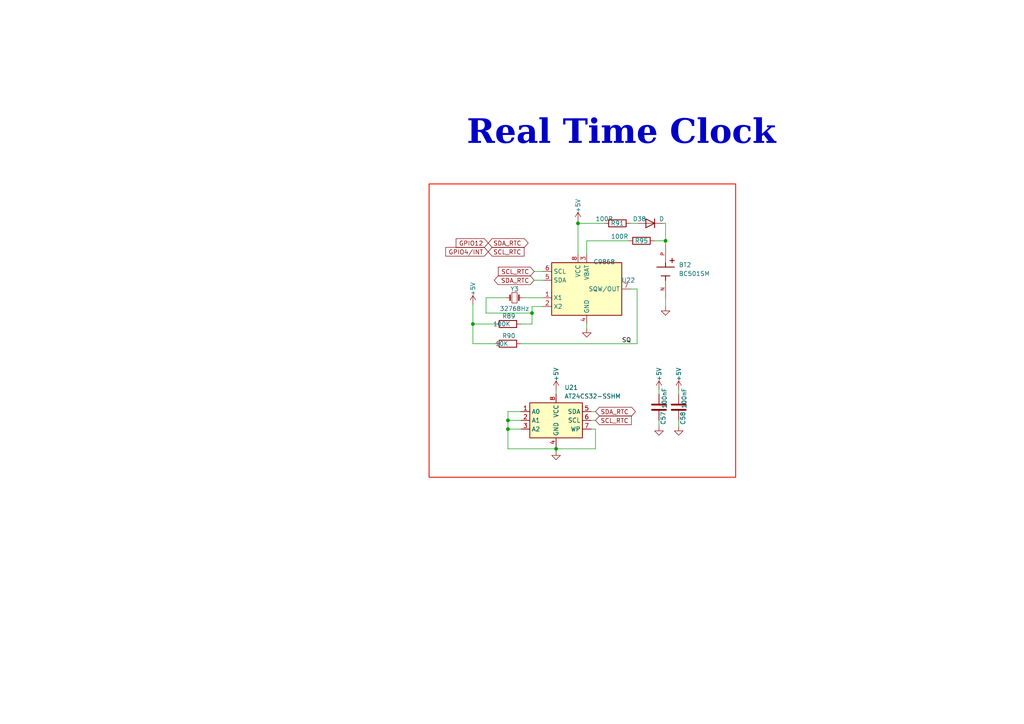
<source format=kicad_sch>
(kicad_sch (version 20231120) (generator "eeschema") (generator_version "8.0")
  (paper "A4")
  (lib_symbols
    (symbol "BC501SM:BC501SM" (pin_names (offset 1.016))
      (property "Reference" "BT" (at -3.81 3.81 0))
      (property "Value" "BC501SM" (at -3.81 -5.08 0))
      (symbol "BC501SM_0_0"
        (polyline (pts (xy -3.81 1.905) (xy -2.54 1.905)) (stroke (width 0.254)))
        (polyline (pts (xy -3.175 2.54) (xy -3.175 1.27)) (stroke (width 0.254)))
        (polyline (pts (xy -1.27 0) (xy -2.54 0)) (stroke (width 0.254)))
        (polyline (pts (xy -1.27 0) (xy -1.27 -2.54)) (stroke (width 0.254)))
        (polyline (pts (xy -1.27 2.54) (xy -1.27 0)) (stroke (width 0.254)))
        (polyline (pts (xy 1.27 0) (xy 1.27 -1.27)) (stroke (width 0.254)))
        (polyline (pts (xy 1.27 0) (xy 2.54 0)) (stroke (width 0.254)))
        (polyline (pts (xy 1.27 1.27) (xy 1.27 0)) (stroke (width 0.254)))
        (pin passive line (at 7.62 0 180) (length 5.08) (name "~") (number "N"))
        (pin passive line (at -7.62 0 0) (length 5.08) (name "~") (number "P"))
      )
    )
    (symbol "D_2" (pin_numbers hide) (pin_names (offset 1.016) hide)
      (property "Reference" "D" (at 0 2.54 0))
      (property "Value" "D" (at 0 -2.54 0))
      (symbol "D_2_0_1"
        (polyline (pts (xy -1.27 1.27) (xy -1.27 -1.27)) (stroke (width 0.254)))
        (polyline (pts (xy 1.27 0) (xy -1.27 0)))
        (polyline (pts (xy 1.27 1.27) (xy 1.27 -1.27) (xy -1.27 0) (xy 1.27 1.27)) (stroke (width 0.254)))
      )
      (symbol "D_2_1_1"
        (pin passive line (at -3.81 0 0) (length 2.54) (name "K") (number "1"))
        (pin passive line (at 3.81 0 180) (length 2.54) (name "A") (number "2"))
      )
    )
    (symbol "Device:C" (pin_numbers hide) (pin_names (offset 0.254))
      (property "Reference" "C" (at 0.635 2.54 0))
      (property "Value" "C" (at 0.635 -2.54 0))
      (symbol "C_0_1"
        (polyline (pts (xy -2.032 -0.762) (xy 2.032 -0.762)) (stroke (width 0.508)))
        (polyline (pts (xy -2.032 0.762) (xy 2.032 0.762)) (stroke (width 0.508)))
      )
      (symbol "C_1_1"
        (pin passive line (at 0 3.81 270) (length 2.794) (name "~") (number "1"))
        (pin passive line (at 0 -3.81 90) (length 2.794) (name "~") (number "2"))
      )
    )
    (symbol "Device:Crystal_Small" (pin_numbers hide) (pin_names (offset 1.016) hide)
      (property "Reference" "Y" (at 0 2.54 0))
      (property "Value" "Crystal_Small" (at 0 -2.54 0))
      (symbol "Crystal_Small_0_1"
        (rectangle (start -0.762 -1.524) (end 0.762 1.524))
        (polyline (pts (xy -1.27 -0.762) (xy -1.27 0.762)) (stroke (width 0.381)))
        (polyline (pts (xy 1.27 -0.762) (xy 1.27 0.762)) (stroke (width 0.381)))
      )
      (symbol "Crystal_Small_1_1"
        (pin passive line (at -2.54 0 0) (length 1.27) (name "1") (number "1"))
        (pin passive line (at 2.54 0 180) (length 1.27) (name "2") (number "2"))
      )
    )
    (symbol "Device:R" (pin_numbers hide) (pin_names (offset 0))
      (property "Reference" "R" (at 2.032 0 90))
      (property "Value" "R" (at 0 0 90))
      (symbol "R_0_1"
        (rectangle (start -1.016 -2.54) (end 1.016 2.54) (stroke (width 0.254)))
      )
      (symbol "R_1_1"
        (pin passive line (at 0 3.81 270) (length 1.27) (name "~") (number "1"))
        (pin passive line (at 0 -3.81 90) (length 1.27) (name "~") (number "2"))
      )
    )
    (symbol "Memory_EEPROM:AT24CS32-SSHM"
      (property "Reference" "U" (at -7.62 6.35 0))
      (property "Value" "AT24CS32-SSHM" (at 2.54 -6.35 0))
      (symbol "AT24CS32-SSHM_1_1"
        (rectangle (start -7.62 5.08) (end 7.62 -5.08) (stroke (width 0.254)) (fill (type background)))
        (pin input line (at -10.16 2.54 0) (length 2.54) (name "A0") (number "1"))
        (pin input line (at -10.16 0 0) (length 2.54) (name "A1") (number "2"))
        (pin input line (at -10.16 -2.54 0) (length 2.54) (name "A2") (number "3"))
        (pin power_in line (at 0 -7.62 90) (length 2.54) (name "GND") (number "4"))
        (pin bidirectional line (at 10.16 2.54 180) (length 2.54) (name "SDA") (number "5"))
        (pin input line (at 10.16 0 180) (length 2.54) (name "SCL") (number "6"))
        (pin input line (at 10.16 -2.54 180) (length 2.54) (name "WP") (number "7"))
        (pin power_in line (at 0 7.62 270) (length 2.54) (name "VCC") (number "8"))
      )
    )
    (symbol "Timer_RTC:DS1307Z+"
      (property "Reference" "U" (at -8.89 8.89 0))
      (property "Value" "DS1307Z+" (at 1.27 8.89 0))
      (symbol "DS1307Z+_0_1"
        (rectangle (start -10.16 7.62) (end 10.16 -7.62) (stroke (width 0.254)) (fill (type background)))
      )
      (symbol "DS1307Z+_1_1"
        (pin input line (at -12.7 -2.54 0) (length 2.54) (name "X1") (number "1"))
        (pin input line (at -12.7 -5.08 0) (length 2.54) (name "X2") (number "2"))
        (pin power_in line (at 0 10.16 270) (length 2.54) (name "VBAT") (number "3"))
        (pin power_in line (at 0 -10.16 90) (length 2.54) (name "GND") (number "4"))
        (pin bidirectional line (at -12.7 2.54 0) (length 2.54) (name "SDA") (number "5"))
        (pin input line (at -12.7 5.08 0) (length 2.54) (name "SCL") (number "6"))
        (pin open_collector line (at 12.7 0 180) (length 2.54) (name "SQW/OUT") (number "7"))
        (pin power_in line (at -2.54 10.16 270) (length 2.54) (name "VCC") (number "8"))
      )
    )
    (symbol "power:+5V" (power) (pin_names (offset 0))
      (property "Value" "+5V" (at 0 3.556 0))
      (symbol "+5V_0_1"
        (polyline (pts (xy -0.762 1.27) (xy 0 2.54)))
        (polyline (pts (xy 0 0) (xy 0 2.54)))
        (polyline (pts (xy 0 2.54) (xy 0.762 1.27)))
      )
      (symbol "+5V_1_1"
        (pin power_in line (at 0 0 90) (length 0) hide (name "+5V") (number "1"))
      )
    )
    (symbol "power:GND" (power) (pin_names (offset 0))
      (property "Value" "GND" (at 0 -3.81 0))
      (symbol "GND_0_1"
        (polyline (pts (xy 0 0) (xy 0 -1.27) (xy 1.27 -1.27) (xy 0 -2.54) (xy -1.27 -1.27) (xy 0 -1.27)))
      )
      (symbol "GND_1_1"
        (pin power_in line (at 0 0 270) (length 0) hide (name "GND") (number "1"))
      )
    )
  )
  (junction (at 161.29 130.175))
  (junction (at 167.64 64.77))
  (junction (at 193.04 69.85))
  (junction (at 137.16 93.98))
  (junction (at 147.32 124.46))
  (junction (at 147.32 121.92))
  (junction (at 154.305 90.805))
  (wire (pts (xy 161.29 130.175) (xy 161.29 129.54)))
  (wire (pts (xy 143.51 99.695) (xy 137.16 99.695)))
  (wire (pts (xy 151.13 93.98) (xy 154.305 93.98)))
  (wire (pts (xy 189.865 69.85) (xy 193.04 69.85)))
  (wire (pts (xy 154.305 90.805) (xy 154.305 88.9)))
  (wire (pts (xy 147.32 121.92) (xy 151.13 121.92)))
  (wire (pts (xy 167.64 64.77) (xy 175.26 64.77)))
  (wire (pts (xy 147.32 124.46) (xy 151.13 124.46)))
  (wire (pts (xy 161.29 113.03) (xy 161.29 114.3)))
  (wire (pts (xy 191.135 113.03) (xy 191.135 114.3)))
  (wire (pts (xy 196.85 123.698) (xy 196.85 121.92)))
  (wire (pts (xy 140.97 90.805) (xy 154.305 90.805)))
  (wire (pts (xy 147.32 124.46) (xy 147.32 130.175)))
  (wire (pts (xy 154.94 78.74) (xy 157.48 78.74)))
  (wire (pts (xy 172.72 124.46) (xy 172.72 130.175)))
  (wire (pts (xy 151.13 119.38) (xy 147.32 119.38)))
  (wire (pts (xy 146.685 86.36) (xy 140.97 86.36)))
  (wire (pts (xy 147.32 119.38) (xy 147.32 121.92)))
  (wire (pts (xy 192.405 64.77) (xy 193.04 64.77)))
  (wire (pts (xy 154.94 81.28) (xy 157.48 81.28)))
  (wire (pts (xy 196.85 113.03) (xy 196.85 114.3)))
  (wire (pts (xy 184.785 83.82) (xy 182.88 83.82)))
  (wire (pts (xy 171.45 124.46) (xy 172.72 124.46)))
  (wire (pts (xy 154.305 88.9) (xy 157.48 88.9)))
  (wire (pts (xy 154.305 93.98) (xy 154.305 90.805)))
  (wire (pts (xy 191.135 123.698) (xy 191.135 121.92)))
  (wire (pts (xy 170.18 69.85) (xy 182.245 69.85)))
  (wire (pts (xy 151.765 86.36) (xy 157.48 86.36)))
  (wire (pts (xy 193.04 88.9) (xy 193.04 86.36)))
  (wire (pts (xy 151.13 99.695) (xy 184.785 99.695)))
  (wire (pts (xy 172.72 119.38) (xy 171.45 119.38)))
  (wire (pts (xy 161.29 130.81) (xy 161.29 130.175)))
  (wire (pts (xy 184.785 99.695) (xy 184.785 83.82)))
  (wire (pts (xy 137.16 93.98) (xy 143.51 93.98)))
  (wire (pts (xy 170.18 73.66) (xy 170.18 69.85)))
  (wire (pts (xy 172.72 121.92) (xy 171.45 121.92)))
  (wire (pts (xy 147.32 121.92) (xy 147.32 124.46)))
  (wire (pts (xy 140.97 86.36) (xy 140.97 90.805)))
  (wire (pts (xy 167.64 64.135) (xy 167.64 64.77)))
  (wire (pts (xy 182.88 64.77) (xy 184.785 64.77)))
  (wire (pts (xy 147.32 130.175) (xy 161.29 130.175)))
  (wire (pts (xy 172.72 130.175) (xy 161.29 130.175)))
  (wire (pts (xy 167.64 64.77) (xy 167.64 73.66)))
  (wire (pts (xy 193.04 69.85) (xy 193.04 71.12)))
  (wire (pts (xy 193.04 64.77) (xy 193.04 69.85)))
  (wire (pts (xy 170.18 95.25) (xy 170.18 93.98)))
  (wire (pts (xy 137.16 88.265) (xy 137.16 93.98)))
  (wire (pts (xy 137.16 99.695) (xy 137.16 93.98)))
  (rectangle (start 124.46 53.34) (end 213.36 138.43) (stroke (width 0.3) (color 255 34 15 1)))
  (text "Real Time Clock" (at 135.382 44.704 0) (effects (font (size 7 7) (thickness 0.3) (bold yes)) (justify left bottom)))
  (label "SQ" (at 180.34 99.695 0))
  (global_label "SCL_RTC" (shape input) (at 172.72 121.92 0) (property "Intersheetrefs" "${INTERSHEET_REFS}" (effects (hide yes))))
  (global_label "GPIO12" (shape input) (at 141.605 70.485 180) (property "Intersheetrefs" "${INTERSHEET_REFS}" (effects (hide yes))))
  (global_label "SCL_RTC" (shape input) (at 141.605 73.025 0) (property "Intersheetrefs" "${INTERSHEET_REFS}" (effects (hide yes))))
  (global_label "GPIO4{slash}INT" (shape input) (at 141.605 73.025 180) (property "Intersheetrefs" "${INTERSHEET_REFS}" (effects (hide yes))))
  (global_label "SDA_RTC" (shape bidirectional) (at 154.94 81.28 180) (property "Intersheetrefs" "${INTERSHEET_REFS}" (effects (hide yes))))
  (global_label "SDA_RTC" (shape bidirectional) (at 172.72 119.38 0) (property "Intersheetrefs" "${INTERSHEET_REFS}" (effects (hide yes))))
  (global_label "SCL_RTC" (shape input) (at 154.94 78.74 180) (property "Intersheetrefs" "${INTERSHEET_REFS}" (effects (hide yes))))
  (global_label "SDA_RTC" (shape bidirectional) (at 141.605 70.485 0) (property "Intersheetrefs" "${INTERSHEET_REFS}" (effects (hide yes))))
  (symbol (lib_id "Device:C") (at 196.85 118.11 180) (unit 1)
    (property "Reference" "C58" (at 198.0692 121.3104 90))
    (property "Value" "100nF" (at 198.4248 115.5192 90))
    (property "Footprint" "Capacitor_SMD:C_0603_1608Metric" (effects (hide yes)))
  )
  (symbol (lib_id "BC501SM:BC501SM") (at 193.04 78.74 270) (unit 1)
    (property "Reference" "BT2" (at 196.85 76.835 90) (effects (justify left)))
    (property "Value" "BC501SM" (at 196.85 79.375 90) (effects (justify left)))
    (property "Footprint" "BC501SM:BAT_BC501SM" (effects (hide yes)))
    (property "STANDARD" "Manufacturer Recommendation" (effects (hide yes)))
    (property "MAXIMUM_PACKAGE_HEIGHT" "4.25mm" (effects (hide yes)))
    (property "PARTREV" "10/31/19" (effects (hide yes)))
    (property "MANUFACTURER" "MPD" (effects (hide yes)))
  )
  (symbol (lib_id "Device:C") (at 191.135 118.11 180) (unit 1)
    (property "Reference" "C57" (at 192.3542 121.3104 90))
    (property "Value" "100nF" (at 192.7098 115.5192 90))
    (property "Footprint" "Capacitor_SMD:C_0603_1608Metric" (effects (hide yes)))
  )
  (symbol (lib_id "Timer_RTC:DS1307Z+") (at 170.18 83.82 0) (unit 1)
    (property "Reference" "U22" (at 182.245 81.28 0))
    (property "Value" "\nC9868" (at 175.26 74.93 0))
    (property "Footprint" "Package_SO:SOIC-8_3.9x4.9mm_P1.27mm" (effects (hide yes)))
    (property "Datasheet" "https://datasheets.maximintegrated.com/en/ds/DS1307.pdf" (effects (hide yes)))
  )
  (symbol (lib_id "power:+5V") (at 137.16 88.265 0) (unit 1)
    (property "Reference" "#PWR084" (effects (hide yes)))
    (property "Value" "+5V" (at 137.16 83.82 90))
  )
  (symbol (lib_id "power:GND") (at 196.85 123.698 0) (unit 1)
    (property "Reference" "#PWR093" (effects (hide yes)))
    (property "Value" "GND" (effects (hide yes)))
  )
  (symbol (lib_id "power:+5V") (at 161.29 113.03 0) (unit 1)
    (property "Reference" "#PWR086" (effects (hide yes)))
    (property "Value" "+5V" (at 161.29 108.585 90))
  )
  (symbol (lib_id "power:+5V") (at 196.85 113.03 0) (unit 1)
    (property "Reference" "#PWR092" (effects (hide yes)))
    (property "Value" "+5V" (at 196.85 108.585 90))
  )
  (symbol (lib_id "power:GND") (at 191.135 123.698 0) (unit 1)
    (property "Reference" "#PWR091" (effects (hide yes)))
    (property "Value" "GND" (effects (hide yes)))
  )
  (symbol (lib_id "power:+5V") (at 191.135 113.03 0) (unit 1)
    (property "Reference" "#PWR090" (effects (hide yes)))
    (property "Value" "+5V" (at 191.135 108.585 90))
  )
  (symbol (lib_id "Device:R") (at 179.07 64.77 90) (unit 1)
    (property "Reference" "R91" (at 179.07 64.77 90))
    (property "Value" "100R" (at 175.26 63.5 90))
    (property "Footprint" "Resistor_SMD:R_0603_1608Metric" (effects (hide yes)))
  )
  (symbol (lib_id "power:GND") (at 161.29 130.81 0) (unit 1)
    (property "Reference" "#PWR087" (effects (hide yes)))
    (property "Value" "GND" (effects (hide yes)))
  )
  (symbol (lib_id "power:GND") (at 193.04 88.9 0) (unit 1)
    (property "Reference" "#PWR089" (effects (hide yes)))
    (property "Value" "GND" (effects (hide yes)))
  )
  (symbol (lib_id "power:+5V") (at 167.64 64.135 0) (unit 1)
    (property "Reference" "#PWR085" (effects (hide yes)))
    (property "Value" "+5V" (at 167.64 59.69 90))
  )
  (symbol (lib_id "power:GND") (at 170.18 95.25 0) (unit 1)
    (property "Reference" "#PWR088" (effects (hide yes)))
    (property "Value" "GND" (effects (hide yes)))
  )
  (symbol (lib_id "Memory_EEPROM:AT24CS32-SSHM") (at 161.29 121.92 0) (unit 1)
    (property "Reference" "U21" (at 163.6928 112.395 0) (effects (justify left)))
    (property "Value" "AT24CS32-SSHM" (at 163.6928 114.935 0) (effects (justify left)))
    (property "Footprint" "Package_SO:SOIC-8_3.9x4.9mm_P1.27mm" (effects (hide yes)))
    (property "Datasheet" "http://ww1.microchip.com/downloads/en/DeviceDoc/Atmel-8869-SEEPROM-AT24CS32-Datasheet.pdf" (effects (hide yes)))
  )
  (symbol (lib_name "D_2") (lib_id "Device:D") (at 188.595 64.77 180) (unit 1)
    (property "Reference" "D38" (at 183.515 63.5 0) (effects (justify right)))
    (property "Value" "D" (at 191.135 63.5 0) (effects (justify right)))
    (property "Footprint" "Diode_SMD:D_SMF" (effects (hide yes)))
    (property "Sim.Device" "D" (effects (hide yes)))
    (property "Sim.Pins" "1=K 2=A" (effects (hide yes)))
  )
  (symbol (lib_id "Device:R") (at 186.055 69.85 90) (unit 1)
    (property "Reference" "R95" (at 186.055 69.85 90))
    (property "Value" "100R" (at 179.705 68.58 90))
    (property "Footprint" "Resistor_SMD:R_0603_1608Metric" (effects (hide yes)))
  )
  (symbol (lib_id "Device:R") (at 147.32 99.695 90) (unit 1)
    (property "Reference" "R90" (at 147.574 97.409 90))
    (property "Value" "10K" (at 145.542 99.695 90))
    (property "Footprint" "Resistor_SMD:R_0603_1608Metric" (effects (hide yes)))
  )
  (symbol (lib_id "Device:Crystal_Small") (at 149.225 86.36 0) (unit 1)
    (property "Reference" "Y3" (at 149.225 83.82 0))
    (property "Value" "32768Hz" (at 149.225 89.535 0))
    (property "Footprint" "Crystal:Crystal_SMD_3215-2Pin_3.2x1.5mm" (effects (hide yes)))
  )
  (symbol (lib_id "Device:R") (at 147.32 93.98 90) (unit 1)
    (property "Reference" "R89" (at 147.574 91.694 90))
    (property "Value" "100K" (at 145.542 93.98 90))
    (property "Footprint" "Resistor_SMD:R_0603_1608Metric" (effects (hide yes)))
  )
)
</source>
